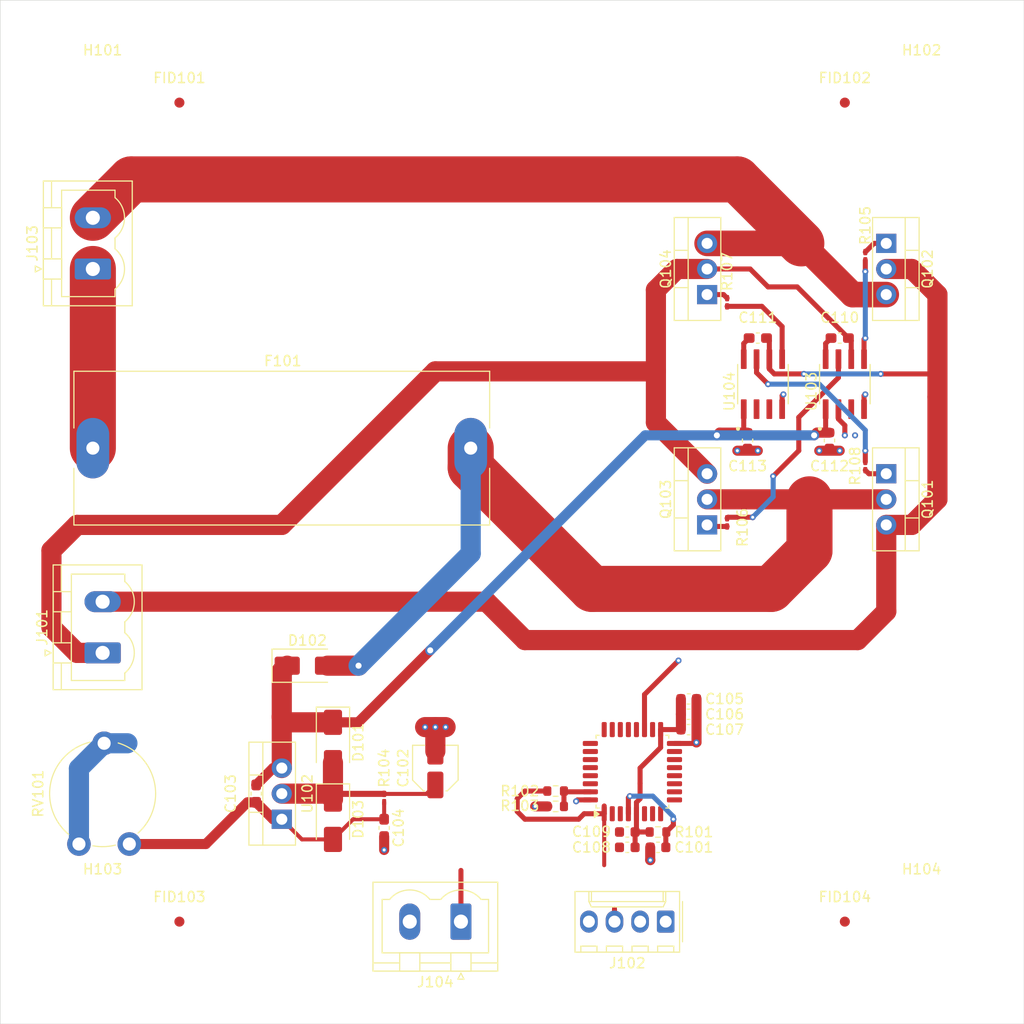
<source format=kicad_pcb>
(kicad_pcb (version 20241229) (generator "pcbnew") (generator_version "9.0")
  (layers (0 "F.Cu" jumper) (4 "In1.Cu" signal) (6 "In2.Cu" signal) (2 "B.Cu" jumper) (13 "F.Paste" user) (15 "B.Paste" user) (5 "F.SilkS" user "F.Silkscreen") (7 "B.SilkS" user "B.Silkscreen") (1 "F.Mask" user) (3 "B.Mask" user) (25 "Edge.Cuts" user))
  (net 0 "")
  (net 1 "GNDREF")
  (net 2 "+24V")
  (net 3 "+3V3")
  (net 4 "Net-(D103-A)")
  (net 5 "Net-(U101-NRST)")
  (net 6 "VDD_P")
  (net 7 "VDD")
  (net 8 "L2")
  (net 9 "L1")
  (net 10 "G3")
  (net 11 "G2")
  (net 12 "G1")
  (net 13 "G4")
  (net 14 "Net-(U101-BOOT0)")
  (net 15 "Net-(U103-VB)")
  (net 17 "Net-(U104-VB)")
  (net 19 "USART1_TX")
  (net 20 "USART1_RX")
  (net 21 "SYS_SWCLK")
  (net 22 "SYS_SWDIO")
  (net 27 "Net-(U103-HO)")
  (net 36 "Net-(U103-LO)")
  (net 40 "Net-(U104-LO)")
  (net 41 "Net-(U104-HO)")
  (net 42 "LIN1")
  (net 43 "LIN2")
  (net 44 "HIN1")
  (net 45 "HIN2")
  (footprint "Connector_Phoenix_MSTB:PhoenixContact_MSTBVA_2,5_2-G-5,08_1x02_P5.08mm_Vertical" (layer "F.Cu") (at 90.97 96.99 90)
    (property "Reference" "J101" (at 2.54 -6 90) (layer "F.SilkS"))
    (property "Value" "Conn_01x02")
    (pad "1" thru_hole roundrect (at 0 0 90) (size 2.08 3.6) (drill 1.4) (layers "*.Cu" "*.Mask") (roundrect_rratio 0.120192) (net 9 "L1"))
    (pad "2" thru_hole oval (at 5.08 0 90) (size 2.08 3.6) (drill 1.4) (layers "*.Cu" "*.Mask") (net 8 "L2"))
  )
  (footprint "Capacitor_SMD:C_0603_1608Metric" (layer "F.Cu") (at 154.978 75.908 -90)
    (property "Reference" "C113" (at 2.54 0 0) (layer "F.SilkS"))
    (property "Value" "1uF/50V")
    (pad "1" smd roundrect (at -0.775 0 270) (size 0.9 0.95) (layers "F.Cu" "F.Mask" "F.Paste") (net 2 "+24V"))
    (pad "2" smd roundrect (at 0.775 0 270) (size 0.9 0.95) (layers "F.Cu" "F.Mask" "F.Paste") (net 1 "GNDREF"))
  )
  (footprint "Connector_Molex:Molex_KK-254_AE-6410-04A_1x04_P2.54mm_Vertical" (layer "F.Cu") (at 146.85 123.66 180)
    (property "Reference" "J102" (at 3.81 -4.12 0) (layer "F.SilkS"))
    (property "Value" "Conn_01x04")
    (pad "1" thru_hole roundrect (at 0 0 180) (size 1.74 2.19) (drill 1.19) (layers "*.Cu" "*.Mask") (roundrect_rratio 0.143678) (net 1 "GNDREF"))
    (pad "2" thru_hole oval (at 2.54 0 180) (size 1.74 2.19) (drill 1.19) (layers "*.Cu" "*.Mask") (net 21 "SYS_SWCLK"))
    (pad "3" thru_hole oval (at 5.08 0 180) (size 1.74 2.19) (drill 1.19) (layers "*.Cu" "*.Mask") (net 22 "SYS_SWDIO"))
    (pad "4" thru_hole oval (at 7.62 0 180) (size 1.74 2.19) (drill 1.19) (layers "*.Cu" "*.Mask") (net 3 "+3V3"))
  )
  (footprint "Resistor_SMD:R_0201_0603Metric_Pad0.64x0.40mm_HandSolder" (layer "F.Cu") (at 118.91 111.3925 -90)
    (property "Reference" "R104" (at -2.9725 0 90) (layer "F.SilkS"))
    (property "Value" "220R")
    (pad "1" smd roundrect (at -0.4075 0 270) (size 0.635 0.4) (layers "F.Cu" "F.Mask") (net 3 "+3V3"))
    (pad "2" smd roundrect (at 0.4075 0 270) (size 0.635 0.4) (layers "F.Cu" "F.Mask") (net 4 "Net-(D103-A)"))
  )
  (footprint "Diode_SMD:D_SMA" (layer "F.Cu") (at 113.83 105.88 -90)
    (property "Reference" "D101" (at 0 -2.5 90) (layer "F.SilkS"))
    (property "Value" "1N4001")
    (pad "1" smd roundrect (at -2 0 270) (size 2.5 1.8) (layers "F.Cu" "F.Mask" "F.Paste") (roundrect_rratio 0.1388888889) (net 2 "+24V"))
    (pad "2" smd roundrect (at 2 0 270) (size 2.5 1.8) (layers "F.Cu" "F.Mask" "F.Paste") (roundrect_rratio 0.1388888889) (net 3 "+3V3"))
  )
  (footprint "Capacitor_SMD:C_0603_1608Metric" (layer "F.Cu") (at 149.136 104.605475)
    (property "Reference" "C107" (at 3.556 0 0) (layer "F.SilkS"))
    (property "Value" "4.7uF/10V")
    (pad "1" smd roundrect (at -0.775 0) (size 0.9 0.95) (layers "F.Cu" "F.Mask" "F.Paste") (net 3 "+3V3"))
    (pad "2" smd roundrect (at 0.775 0) (size 0.9 0.95) (layers "F.Cu" "F.Mask" "F.Paste") (net 1 "GNDREF"))
  )
  (footprint "MountingHole:MountingHole_5.3mm_M5_ISO14580" (layer "F.Cu") (at 90.97 42.38)
    (property "Reference" "H101" (at 0 -5.2 0) (layer "F.SilkS"))
    (property "Value" "MountingHole")
    (pad "" np_thru_hole circle (at 0 0) (size 5.3 5.3) (drill 5.3) (layers "*.Cu" "*.Mask"))
  )
  (footprint "Package_QFP:LQFP-32_7x7mm_P0.8mm" (layer "F.Cu") (at 143.548 108.777475 90)
    (property "Reference" "U101" (hide yes))
    (property "Value" "STM32F030K6Tx")
    (pad "1" smd roundrect (at -4.175 -2.8 90) (size 1.5 0.5) (layers "F.Cu" "F.Mask" "F.Paste") (net 3 "+3V3"))
    (pad "2" smd roundrect (at -4.175 -2 90) (size 1.5 0.5) (layers "F.Cu" "F.Mask" "F.Paste"))
    (pad "3" smd roundrect (at -4.175 -1.2 90) (size 1.5 0.5) (layers "F.Cu" "F.Mask" "F.Paste"))
    (pad "4" smd roundrect (at -4.175 -0.4 90) (size 1.5 0.5) (layers "F.Cu" "F.Mask" "F.Paste") (net 5 "Net-(U101-NRST)"))
    (pad "5" smd roundrect (at -4.175 0.4 90) (size 1.5 0.5) (layers "F.Cu" "F.Mask" "F.Paste") (net 3 "+3V3"))
    (pad "6" smd roundrect (at -4.175 1.2 90) (size 1.5 0.5) (layers "F.Cu" "F.Mask" "F.Paste"))
    (pad "7" smd roundrect (at -4.175 2 90) (size 1.5 0.5) (layers "F.Cu" "F.Mask" "F.Paste"))
    (pad "8" smd roundrect (at -4.175 2.8 90) (size 1.5 0.5) (layers "F.Cu" "F.Mask" "F.Paste") (net 19 "USART1_TX"))
    (pad "9" smd roundrect (at -2.8 4.175 90) (size 0.5 1.5) (layers "F.Cu" "F.Mask" "F.Paste") (net 20 "USART1_RX"))
    (pad "10" smd roundrect (at -2 4.175 90) (size 0.5 1.5) (layers "F.Cu" "F.Mask" "F.Paste"))
    (pad "11" smd roundrect (at -1.2 4.175 90) (size 0.5 1.5) (layers "F.Cu" "F.Mask" "F.Paste"))
    (pad "12" smd roundrect (at -0.4 4.175 90) (size 0.5 1.5) (layers "F.Cu" "F.Mask" "F.Paste") (net 42 "LIN1"))
    (pad "13" smd roundrect (at 0.4 4.175 90) (size 0.5 1.5) (layers "F.Cu" "F.Mask" "F.Paste") (net 44 "HIN1"))
    (pad "14" smd roundrect (at 1.2 4.175 90) (size 0.5 1.5) (layers "F.Cu" "F.Mask" "F.Paste"))
    (pad "15" smd roundrect (at 2 4.175 90) (size 0.5 1.5) (layers "F.Cu" "F.Mask" "F.Paste"))
    (pad "16" smd roundrect (at 2.8 4.175 90) (size 0.5 1.5) (layers "F.Cu" "F.Mask" "F.Paste") (net 1 "GNDREF"))
    (pad "17" smd roundrect (at 4.175 2.8 90) (size 1.5 0.5) (layers "F.Cu" "F.Mask" "F.Paste") (net 3 "+3V3"))
    (pad "18" smd roundrect (at 4.175 2 90) (size 1.5 0.5) (layers "F.Cu" "F.Mask" "F.Paste") (net 43 "LIN2"))
    (pad "19" smd roundrect (at 4.175 1.2 90) (size 1.5 0.5) (layers "F.Cu" "F.Mask" "F.Paste") (net 45 "HIN2"))
    (pad "20" smd roundrect (at 4.175 0.4 90) (size 1.5 0.5) (layers "F.Cu" "F.Mask" "F.Paste"))
    (pad "21" smd roundrect (at 4.175 -0.4 90) (size 1.5 0.5) (layers "F.Cu" "F.Mask" "F.Paste"))
    (pad "22" smd roundrect (at 4.175 -1.2 90) (size 1.5 0.5) (layers "F.Cu" "F.Mask" "F.Paste"))
    (pad "23" smd roundrect (at 4.175 -2 90) (size 1.5 0.5) (layers "F.Cu" "F.Mask" "F.Paste") (net 22 "SYS_SWDIO"))
    (pad "24" smd roundrect (at 4.175 -2.8 90) (size 1.5 0.5) (layers "F.Cu" "F.Mask" "F.Paste") (net 21 "SYS_SWCLK"))
    (pad "25" smd roundrect (at 2.8 -4.175 90) (size 0.5 1.5) (layers "F.Cu" "F.Mask" "F.Paste"))
    (pad "26" smd roundrect (at 2 -4.175 90) (size 0.5 1.5) (layers "F.Cu" "F.Mask" "F.Paste"))
    (pad "27" smd roundrect (at 1.2 -4.175 90) (size 0.5 1.5) (layers "F.Cu" "F.Mask" "F.Paste"))
    (pad "28" smd roundrect (at 0.4 -4.175 90) (size 0.5 1.5) (layers "F.Cu" "F.Mask" "F.Paste"))
    (pad "29" smd roundrect (at -0.4 -4.175 90) (size 0.5 1.5) (layers "F.Cu" "F.Mask" "F.Paste"))
    (pad "30" smd roundrect (at -1.2 -4.175 90) (size 0.5 1.5) (layers "F.Cu" "F.Mask" "F.Paste"))
    (pad "31" smd roundrect (at -2 -4.175 90) (size 0.5 1.5) (layers "F.Cu" "F.Mask" "F.Paste") (net 14 "Net-(U101-BOOT0)"))
    (pad "32" smd roundrect (at -2.8 -4.175 90) (size 0.5 1.5) (layers "F.Cu" "F.Mask" "F.Paste") (net 1 "GNDREF"))
  )
  (footprint "Package_TO_SOT_THT:TO-220-3_Vertical" (layer "F.Cu") (at 108.75 113.5 90)
    (property "Reference" "U102" (at 2.54 2.54 270) (layer "F.SilkS"))
    (property "Value" "LM317_TO-220")
    (pad "1" thru_hole rect (at 0 0 90) (size 1.905 2) (drill 1.1) (layers "*.Cu" "*.Mask") (net 4 "Net-(D103-A)"))
    (pad "2" thru_hole oval (at 2.54 0 90) (size 1.905 2) (drill 1.1) (layers "*.Cu" "*.Mask") (net 3 "+3V3"))
    (pad "3" thru_hole oval (at 5.08 0 90) (size 1.905 2) (drill 1.1) (layers "*.Cu" "*.Mask") (net 2 "+24V"))
  )
  (footprint "Fuse:Fuseholder_Cylinder-6.3x32mm_Schurter_0031-8002_Horizontal_Open" (layer "F.Cu") (at 90 76.67)
    (property "Reference" "F101" (at 18.85 -8.65 0) (layer "F.SilkS"))
    (property "Value" "Fuse")
    (pad "" np_thru_hole circle (at 18.75 0) (size 3.2 3.2) (drill 3.2) (layers "*.Cu" "*.Mask"))
    (pad "1" thru_hole oval (at 0 0) (size 3.25 6) (drill 1.3) (layers "*.Cu" "*.Mask") (net 7 "VDD"))
    (pad "2" thru_hole oval (at 37.5 0) (size 3.25 6) (drill 1.3) (layers "*.Cu" "*.Mask") (net 6 "VDD_P"))
  )
  (footprint "Capacitor_SMD:C_0603_1608Metric" (layer "F.Cu") (at 146.088 116.289475 180)
    (property "Reference" "C101" (at -3.556 0 0) (layer "F.SilkS"))
    (property "Value" "100nF")
    (pad "1" smd roundrect (at -0.775 0 180) (size 0.9 0.95) (layers "F.Cu" "F.Mask" "F.Paste") (net 5 "Net-(U101-NRST)"))
    (pad "2" smd roundrect (at 0.775 0 180) (size 0.9 0.95) (layers "F.Cu" "F.Mask" "F.Paste") (net 1 "GNDREF"))
  )
  (footprint "Fiducial:Fiducial_1mm_Mask3mm" (layer "F.Cu") (at 164.63 42.38)
    (property "Reference" "FID102" (at 0 -2.45 0) (layer "F.SilkS"))
    (property "Value" "Fiducial")
    (pad "" smd circle (at 0 0) (size 1 1) (layers "F.Cu" "F.Mask") (clearance 1))
  )
  (footprint "MountingHole:MountingHole_5.3mm_M5_ISO14580" (layer "F.Cu") (at 172.25 123.66)
    (property "Reference" "H104" (at 0 -5.2 0) (layer "F.SilkS"))
    (property "Value" "MountingHole")
    (pad "" np_thru_hole circle (at 0 0) (size 5.3 5.3) (drill 5.3) (layers "*.Cu" "*.Mask"))
  )
  (footprint "MountingHole:MountingHole_5.3mm_M5_ISO14580" (layer "F.Cu") (at 172.25 42.38)
    (property "Reference" "H102" (at 0 -5.2 0) (layer "F.SilkS"))
    (property "Value" "MountingHole")
    (pad "" np_thru_hole circle (at 0 0) (size 5.3 5.3) (drill 5.3) (layers "*.Cu" "*.Mask"))
  )
  (footprint "Capacitor_SMD:C_0603_1608Metric_Pad1.08x0.95mm_HandSolder" (layer "F.Cu") (at 106.21 110.96 -90)
    (property "Reference" "C103" (at 0 2.54 90) (layer "F.SilkS"))
    (property "Value" "0.1uF/50V")
    (pad "1" smd roundrect (at -0.8625 0 270) (size 1.075 0.95) (layers "F.Cu" "F.Mask" "F.Paste") (net 2 "+24V"))
    (pad "2" smd roundrect (at 0.8625 0 270) (size 1.075 0.95) (layers "F.Cu" "F.Mask" "F.Paste") (net 4 "Net-(D103-A)"))
  )
  (footprint "Fiducial:Fiducial_1mm_Mask3mm" (layer "F.Cu") (at 98.59 42.38)
    (property "Reference" "FID101" (at 0 -2.45 0) (layer "F.SilkS"))
    (property "Value" "Fiducial")
    (pad "" smd circle (at 0 0) (size 1 1) (layers "F.Cu" "F.Mask") (clearance 1))
  )
  (footprint "Resistor_SMD:R_0603_1608Metric" (layer "F.Cu") (at 135.928 110.701475)
    (property "Reference" "R102" (at -3.556 0 0) (layer "F.SilkS"))
    (property "Value" "100k")
    (pad "1" smd roundrect (at -0.825 0) (size 0.8 0.95) (layers "F.Cu" "F.Mask" "F.Paste") (net 3 "+3V3"))
    (pad "2" smd roundrect (at 0.825 0) (size 0.8 0.95) (layers "F.Cu" "F.Mask" "F.Paste") (net 14 "Net-(U101-BOOT0)"))
  )
  (footprint "Resistor_SMD:R_0603_1608Metric" (layer "F.Cu") (at 146.088 114.765475)
    (property "Reference" "R101" (at 3.556 0 0) (layer "F.SilkS"))
    (property "Value" "100k")
    (pad "1" smd roundrect (at -0.825 0) (size 0.8 0.95) (layers "F.Cu" "F.Mask" "F.Paste") (net 3 "+3V3"))
    (pad "2" smd roundrect (at 0.825 0) (size 0.8 0.95) (layers "F.Cu" "F.Mask" "F.Paste") (net 5 "Net-(U101-NRST)"))
  )
  (footprint "Capacitor_SMD:C_0603_1608Metric" (layer "F.Cu") (at 149.136 101.557475)
    (property "Reference" "C105" (at 3.556 0 0) (layer "F.SilkS"))
    (property "Value" "100nF/10V")
    (pad "1" smd roundrect (at -0.775 0) (size 0.9 0.95) (layers "F.Cu" "F.Mask" "F.Paste") (net 3 "+3V3"))
    (pad "2" smd roundrect (at 0.775 0) (size 0.9 0.95) (layers "F.Cu" "F.Mask" "F.Paste") (net 1 "GNDREF"))
  )
  (footprint "Capacitor_SMD:C_0603_1608Metric" (layer "F.Cu") (at 143.04 114.765475 180)
    (property "Reference" "C109" (at 3.556 0.03 0) (layer "F.SilkS"))
    (property "Value" "4.7uF/10V")
    (pad "1" smd roundrect (at -0.775 0 180) (size 0.9 0.95) (layers "F.Cu" "F.Mask" "F.Paste") (net 3 "+3V3"))
    (pad "2" smd roundrect (at 0.775 0 180) (size 0.9 0.95) (layers "F.Cu" "F.Mask" "F.Paste") (net 1 "GNDREF"))
  )
  (footprint "Diode_SMD:D_SMA" (layer "F.Cu") (at 111.29 98.26)
    (property "Reference" "D102" (at 0 -2.5 0) (layer "F.SilkS"))
    (property "Value" "1N4001")
    (pad "1" smd roundrect (at -2 0) (size 2.5 1.8) (layers "F.Cu" "F.Mask" "F.Paste") (roundrect_rratio 0.1388888889) (net 2 "+24V"))
    (pad "2" smd roundrect (at 2 0) (size 2.5 1.8) (layers "F.Cu" "F.Mask" "F.Paste") (roundrect_rratio 0.1388888889) (net 6 "VDD_P"))
  )
  (footprint "Capacitor_SMD:C_Elec_4x5.4" (layer "F.Cu") (at 123.99 108.42 90)
    (property "Reference" "C102" (at 0 -3.2 90) (layer "F.SilkS"))
    (property "Value" "22uF/16V_ELEC")
    (pad "1" smd roundrect (at -1.675 0 90) (size 2.65 1.6) (layers "F.Cu" "F.Mask" "F.Paste") (roundrect_rratio 0.15625) (net 3 "+3V3"))
    (pad "2" smd roundrect (at 1.675 0 90) (size 2.65 1.6) (layers "F.Cu" "F.Mask" "F.Paste") (roundrect_rratio 0.15625) (net 1 "GNDREF"))
  )
  (footprint "Diode_SMD:D_SMA" (layer "F.Cu") (at 113.83 113.5 -90)
    (property "Reference" "D103" (at 0 -2.5 90) (layer "F.SilkS"))
    (property "Value" "1N4001")
    (pad "1" smd roundrect (at -2 0 270) (size 2.5 1.8) (layers "F.Cu" "F.Mask" "F.Paste") (roundrect_rratio 0.1388888889) (net 3 "+3V3"))
    (pad "2" smd roundrect (at 2 0 270) (size 2.5 1.8) (layers "F.Cu" "F.Mask" "F.Paste") (roundrect_rratio 0.1388888889) (net 4 "Net-(D103-A)"))
  )
  (footprint "Capacitor_SMD:C_0603_1608Metric_Pad1.08x0.95mm_HandSolder" (layer "F.Cu") (at 118.91 114.3625 -90)
    (property "Reference" "C104" (at 0 -1.43 90) (layer "F.SilkS"))
    (property "Value" "10uF/10V")
    (pad "1" smd roundrect (at -0.8625 0 270) (size 1.075 0.95) (layers "F.Cu" "F.Mask" "F.Paste") (net 4 "Net-(D103-A)"))
    (pad "2" smd roundrect (at 0.8625 0 270) (size 1.075 0.95) (layers "F.Cu" "F.Mask" "F.Paste") (net 1 "GNDREF"))
  )
  (footprint "Capacitor_SMD:C_0603_1608Metric" (layer "F.Cu") (at 143.04 116.289475 180)
    (property "Reference" "C108" (at 3.556 0 0) (layer "F.SilkS"))
    (property "Value" "10nF/10V")
    (pad "1" smd roundrect (at -0.775 0 180) (size 0.9 0.95) (layers "F.Cu" "F.Mask" "F.Paste") (net 3 "+3V3"))
    (pad "2" smd roundrect (at 0.775 0 180) (size 0.9 0.95) (layers "F.Cu" "F.Mask" "F.Paste") (net 1 "GNDREF"))
  )
  (footprint "Package_TO_SOT_THT:TO-220-3_Vertical" (layer "F.Cu") (at 150.96 61.43 90)
    (property "Reference" "Q104" (at 2.54 -4.1 90) (layer "F.SilkS"))
    (property "Value" "IRF540N")
    (pad "1" thru_hole rect (at 0 0 90) (size 1.905 2) (drill 1.1) (layers "*.Cu" "*.Mask") (net 10 "G3"))
    (pad "2" thru_hole oval (at 2.54 0 90) (size 1.905 2) (drill 1.1) (layers "*.Cu" "*.Mask") (net 9 "L1"))
    (pad "3" thru_hole oval (at 5.08 0 90) (size 1.905 2) (drill 1.1) (layers "*.Cu" "*.Mask") (net 1 "GNDREF"))
  )
  (footprint "Capacitor_SMD:C_0603_1608Metric" (layer "F.Cu") (at 163.106 75.908 -90)
    (property "Reference" "C112" (at 2.54 0 180) (layer "F.SilkS"))
    (property "Value" "1uF/50V")
    (pad "1" smd roundrect (at -0.775 0 270) (size 0.9 0.95) (layers "F.Cu" "F.Mask" "F.Paste") (net 2 "+24V"))
    (pad "2" smd roundrect (at 0.775 0 270) (size 0.9 0.95) (layers "F.Cu" "F.Mask" "F.Paste") (net 1 "GNDREF"))
  )
  (footprint "Package_TO_SOT_THT:TO-220-3_Vertical" (layer "F.Cu") (at 168.74 56.35 -90)
    (property "Reference" "Q102" (at 2.54 -4.1 90) (layer "F.SilkS"))
    (property "Value" "IRF540N")
    (pad "1" thru_hole rect (at 0 0 270) (size 1.905 2) (drill 1.1) (layers "*.Cu" "*.Mask") (net 13 "G4"))
    (pad "2" thru_hole oval (at 2.54 0 270) (size 1.905 2) (drill 1.1) (layers "*.Cu" "*.Mask") (net 8 "L2"))
    (pad "3" thru_hole oval (at 5.08 0 270) (size 1.905 2) (drill 1.1) (layers "*.Cu" "*.Mask") (net 1 "GNDREF"))
  )
  (footprint "Resistor_SMD:R_0201_0603Metric_Pad0.64x0.40mm_HandSolder" (layer "F.Cu") (at 166.662 78.448 -90)
    (property "Reference" "R108" (at 0 1.016 90) (layer "F.SilkS"))
    (property "Value" "R")
    (pad "1" smd roundrect (at -0.4075 0 270) (size 0.635 0.4) (layers "F.Cu" "F.Mask") (net 41 "Net-(U104-HO)"))
    (pad "2" smd roundrect (at 0.4075 0 270) (size 0.635 0.4) (layers "F.Cu" "F.Mask") (net 11 "G2"))
  )
  (footprint "Package_TO_SOT_THT:TO-220-3_Vertical" (layer "F.Cu") (at 168.74 79.21 -90)
    (property "Reference" "Q101" (at 2.54 -4.1 90) (layer "F.SilkS"))
    (property "Value" "IRF540N")
    (pad "1" thru_hole rect (at 0 0 270) (size 1.905 2) (drill 1.1) (layers "*.Cu" "*.Mask") (net 11 "G2"))
    (pad "2" thru_hole oval (at 2.54 0 270) (size 1.905 2) (drill 1.1) (layers "*.Cu" "*.Mask") (net 6 "VDD_P"))
    (pad "3" thru_hole oval (at 5.08 0 270) (size 1.905 2) (drill 1.1) (layers "*.Cu" "*.Mask") (net 8 "L2"))
  )
  (footprint "Capacitor_SMD:C_0603_1608Metric_Pad1.08x0.95mm_HandSolder" (layer "F.Cu") (at 164.122 65.748 180)
    (property "Reference" "C110" (at 0 2.032 0) (layer "F.SilkS"))
    (property "Value" "4.7uF/50V")
    (pad "1" smd roundrect (at -0.8625 0 180) (size 1.075 0.95) (layers "F.Cu" "F.Mask" "F.Paste") (net 9 "L1"))
    (pad "2" smd roundrect (at 0.8625 0 180) (size 1.075 0.95) (layers "F.Cu" "F.Mask" "F.Paste") (net 15 "Net-(U103-VB)"))
  )
  (footprint "Resistor_SMD:R_0201_0603Metric_Pad0.64x0.40mm_HandSolder" (layer "F.Cu") (at 152.946 84.036 -90)
    (property "Reference" "R106" (at 0.508 -1.524 90) (layer "F.SilkS"))
    (property "Value" "R")
    (pad "1" smd roundrect (at -0.4075 0 270) (size 0.635 0.4) (layers "F.Cu" "F.Mask") (net 27 "Net-(U103-HO)"))
    (pad "2" smd roundrect (at 0.4075 0 270) (size 0.635 0.4) (layers "F.Cu" "F.Mask") (net 12 "G1"))
  )
  (footprint "Capacitor_SMD:C_0603_1608Metric_Pad1.08x0.95mm_HandSolder" (layer "F.Cu") (at 155.994 65.748 180)
    (property "Reference" "C111" (at 0 2.032 0) (layer "F.SilkS"))
    (property "Value" "4.7uF/50V")
    (pad "1" smd roundrect (at -0.8625 0 180) (size 1.075 0.95) (layers "F.Cu" "F.Mask" "F.Paste") (net 8 "L2"))
    (pad "2" smd roundrect (at 0.8625 0 180) (size 1.075 0.95) (layers "F.Cu" "F.Mask" "F.Paste") (net 17 "Net-(U104-VB)"))
  )
  (footprint "Resistor_SMD:R_0201_0603Metric_Pad0.64x0.40mm_HandSolder" (layer "F.Cu") (at 166.662 57.62 90)
    (property "Reference" "R105" (at 3.048 0 90) (layer "F.SilkS"))
    (property "Value" "R")
    (pad "1" smd roundrect (at -0.4075 0 90) (size 0.635 0.4) (layers "F.Cu" "F.Mask") (net 36 "Net-(U103-LO)"))
    (pad "2" smd roundrect (at 0.4075 0 90) (size 0.635 0.4) (layers "F.Cu" "F.Mask") (net 13 "G4"))
  )
  (footprint "Capacitor_SMD:C_0603_1608Metric" (layer "F.Cu") (at 149.136 103.081475)
    (property "Reference" "C106" (at 3.556 0 0) (layer "F.SilkS"))
    (property "Value" "100nF/10V")
    (pad "1" smd roundrect (at -0.775 0) (size 0.9 0.95) (layers "F.Cu" "F.Mask" "F.Paste") (net 3 "+3V3"))
    (pad "2" smd roundrect (at 0.775 0) (size 0.9 0.95) (layers "F.Cu" "F.Mask" "F.Paste") (net 1 "GNDREF"))
  )
  (footprint "MountingHole:MountingHole_5.3mm_M5_ISO14580" (layer "F.Cu") (at 90.97 123.66)
    (property "Reference" "H103" (at 0 -5.2 0) (layer "F.SilkS"))
    (property "Value" "MountingHole")
    (pad "" np_thru_hole circle (at 0 0) (size 5.3 5.3) (drill 5.3) (layers "*.Cu" "*.Mask"))
  )
  (footprint "Fiducial:Fiducial_1mm_Mask3mm" (layer "F.Cu") (at 98.59 123.66)
    (property "Reference" "FID103" (at 0 -2.45 0) (layer "F.SilkS"))
    (property "Value" "Fiducial")
    (pad "" smd circle (at 0 0) (size 1 1) (layers "F.Cu" "F.Mask") (clearance 1))
  )
  (footprint "Resistor_SMD:R_0603_1608Metric" (layer "F.Cu") (at 135.928 112.225475 180)
    (property "Reference" "R103" (at 3.556 0.06 0) (layer "F.SilkS"))
    (property "Value" "100k")
    (pad "1" smd roundrect (at -0.825 0 180) (size 0.8 0.95) (layers "F.Cu" "F.Mask" "F.Paste") (net 14 "Net-(U101-BOOT0)"))
    (pad "2" smd roundrect (at 0.825 0 180) (size 0.8 0.95) (layers "F.Cu" "F.Mask" "F.Paste") (net 1 "GNDREF"))
  )
  (footprint "Potentiometer_THT:Potentiometer_Piher_PT-10-V10_Vertical" (layer "F.Cu") (at 93.62 115.96 90)
    (property "Reference" "RV101" (at 5 -9.05 90) (layer "F.SilkS"))
    (property "Value" "R_Potentiometer")
    (pad "1" thru_hole circle (at 0 0 90) (size 2.34 2.34) (drill 1.3) (layers "*.Cu" "*.Mask") (net 4 "Net-(D103-A)"))
    (pad "2" thru_hole circle (at 10 -2.5 90) (size 2.34 2.34) (drill 1.3) (layers "*.Cu" "*.Mask") (net 1 "GNDREF"))
    (pad "3" thru_hole circle (at 0 -5 90) (size 2.34 2.34) (drill 1.3) (layers "*.Cu" "*.Mask") (net 1 "GNDREF"))
  )
  (footprint "Gate_Driver:SOIC127P600X172-8N" (layer "F.Cu") (at 164.63 70.32 90)
    (property "Reference" "U103" (at -0.725 -3.322 90) (layer "F.SilkS"))
    (property "Value" "2ED2108S06FXUMA1")
    (pad "1" smd roundrect (at -2.48 -1.905 90) (size 1.95 0.57) (layers "F.Cu" "F.Mask" "F.Paste") (roundrect_rratio 0.125) (net 2 "+24V"))
    (pad "2" smd roundrect (at -2.48 -0.635 90) (size 1.95 0.57) (layers "F.Cu" "F.Mask" "F.Paste") (roundrect_rratio 0.125) (net 44 "HIN1"))
    (pad "3" smd roundrect (at -2.48 0.635 90) (size 1.95 0.57) (layers "F.Cu" "F.Mask" "F.Paste") (roundrect_rratio 0.125) (net 42 "LIN1"))
    (pad "4" smd roundrect (at -2.48 1.905 90) (size 1.95 0.57) (layers "F.Cu" "F.Mask" "F.Paste") (roundrect_rratio 0.125) (net 1 "GNDREF"))
    (pad "5" smd roundrect (at 2.48 1.905 90) (size 1.95 0.57) (layers "F.Cu" "F.Mask" "F.Paste") (roundrect_rratio 0.125) (net 36 "Net-(U103-LO)"))
    (pad "6" smd roundrect (at 2.48 0.635 90) (size 1.95 0.57) (layers "F.Cu" "F.Mask" "F.Paste") (roundrect_rratio 0.125) (net 9 "L1"))
    (pad "7" smd roundrect (at 2.48 -0.635 90) (size 1.95 0.57) (layers "F.Cu" "F.Mask" "F.Paste") (roundrect_rratio 0.125) (net 27 "Net-(U103-HO)"))
    (pad "8" smd roundrect (at 2.48 -1.905 90) (size 1.95 0.57) (layers "F.Cu" "F.Mask" "F.Paste") (roundrect_rratio 0.125) (net 15 "Net-(U103-VB)"))
  )
  (footprint "Package_TO_SOT_THT:TO-220-3_Vertical" (layer "F.Cu") (at 150.96 84.29 90)
    (property "Reference" "Q103" (at 2.54 -4.1 90) (layer "F.SilkS"))
    (property "Value" "IRF540N")
    (pad "1" thru_hole rect (at 0 0 90) (size 1.905 2) (drill 1.1) (layers "*.Cu" "*.Mask") (net 12 "G1"))
    (pad "2" thru_hole oval (at 2.54 0 90) (size 1.905 2) (drill 1.1) (layers "*.Cu" "*.Mask") (net 6 "VDD_P"))
    (pad "3" thru_hole oval (at 5.08 0 90) (size 1.905 2) (drill 1.1) (layers "*.Cu" "*.Mask") (net 9 "L1"))
  )
  (footprint "Fiducial:Fiducial_1mm_Mask3mm" (layer "F.Cu") (at 164.63 123.66)
    (property "Reference" "FID104" (at 0 -2.45 0) (layer "F.SilkS"))
    (property "Value" "Fiducial")
    (pad "" smd circle (at 0 0) (size 1 1) (layers "F.Cu" "F.Mask") (clearance 1))
  )
  (footprint "Resistor_SMD:R_0201_0603Metric_Pad0.64x0.40mm_HandSolder" (layer "F.Cu") (at 152.946 62.192 90)
    (property "Reference" "R107" (at 3.048 0 90) (layer "F.SilkS"))
    (property "Value" "R")
    (pad "1" smd roundrect (at -0.4075 0 90) (size 0.635 0.4) (layers "F.Cu" "F.Mask") (net 40 "Net-(U104-LO)"))
    (pad "2" smd roundrect (at 0.4075 0 90) (size 0.635 0.4) (layers "F.Cu" "F.Mask") (net 10 "G3"))
  )
  (footprint "Connector_Phoenix_MSTB:PhoenixContact_MSTBVA_2,5_2-G-5,08_1x02_P5.08mm_Vertical" (layer "F.Cu") (at 90 58.89 90)
    (property "Reference" "J103" (at 2.54 -6 90) (layer "F.SilkS"))
    (property "Value" "Conn_01x02")
    (pad "1" thru_hole roundrect (at 0 0 90) (size 2.08 3.6) (drill 1.4) (layers "*.Cu" "*.Mask") (roundrect_rratio 0.120192) (net 7 "VDD"))
    (pad "2" thru_hole oval (at 5.08 0 90) (size 2.08 3.6) (drill 1.4) (layers "*.Cu" "*.Mask") (net 1 "GNDREF"))
  )
  (footprint "Connector_Phoenix_MSTB:PhoenixContact_MSTBVA_2,5_2-G-5,08_1x02_P5.08mm_Vertical" (layer "F.Cu") (at 126.53 123.66 180)
    (property "Reference" "J104" (at 2.54 -6 0) (layer "F.SilkS"))
    (property "Value" "Conn_01x02")
    (pad "1" thru_hole roundrect (at 0 0 180) (size 2.08 3.6) (drill 1.4) (layers "*.Cu" "*.Mask") (roundrect_rratio 0.120192) (net 20 "USART1_RX"))
    (pad "2" thru_hole oval (at 5.08 0 180) (size 2.08 3.6) (drill 1.4) (layers "*.Cu" "*.Mask") (net 19 "USART1_TX"))
  )
  (footprint "Gate_Driver:SOIC127P600X172-8N" (layer "F.Cu") (at 156.502 70.32 90)
    (property "Reference" "U104" (at -0.725 -3.322 90) (layer "F.SilkS"))
    (property "Value" "2ED2108S06FXUMA1")
    (pad "1" smd roundrect (at -2.48 -1.905 90) (size 1.95 0.57) (layers "F.Cu" "F.Mask" "F.Paste") (roundrect_rratio 0.125) (net 2 "+24V"))
    (pad "2" smd roundrect (at -2.48 -0.635 90) (size 1.95 0.57) (layers "F.Cu" "F.Mask" "F.Paste") (roundrect_rratio 0.125) (net 45 "HIN2"))
    (pad "3" smd roundrect (at -2.48 0.635 90) (size 1.95 0.57) (layers "F.Cu" "F.Mask" "F.Paste") (roundrect_rratio 0.125) (net 43 "LIN2"))
    (pad "4" smd roundrect (at -2.48 1.905 90) (size 1.95 0.57) (layers "F.Cu" "F.Mask" "F.Paste") (roundrect_rratio 0.125) (net 1 "GNDREF"))
    (pad "5" smd roundrect (at 2.48 1.905 90) (size 1.95 0.57) (layers "F.Cu" "F.Mask" "F.Paste") (roundrect_rratio 0.125) (net 40 "Net-(U104-LO)"))
    (pad "6" smd roundrect (at 2.48 0.635 90) (size 1.95 0.57) (layers "F.Cu" "F.Mask" "F.Paste") (roundrect_rratio 0.125) (net 8 "L2"))
    (pad "7" smd roundrect (at 2.48 -0.635 90) (size 1.95 0.57) (layers "F.Cu" "F.Mask" "F.Paste") (roundrect_rratio 0.125) (net 41 "Net-(U104-HO)"))
    (pad "8" smd roundrect (at 2.48 -1.905 90) (size 1.95 0.57) (layers "F.Cu" "F.Mask" "F.Paste") (roundrect_rratio 0.125) (net 17 "Net-(U104-VB)"))
  )
  (gr_rect (start 80.81 32.22) (end 182.41 133.82) (stroke (width 0.05)) (fill no) (layer "Edge.Cuts"))
  (segment (start 166.535 72.8) (end 166.535 71.463) (width 0.5) (layer "F.Cu") (net 1))
  (segment (start 147.723 105.977475) (end 149.796 105.977475) (width 0.5) (layer "F.Cu") (net 1))
  (segment (start 145.313 117.546475) (end 145.326 117.559475) (width 1) (layer "F.Cu") (net 1))
  (segment (start 90 53.81) (end 93.81 50) (width 4.572) (layer "F.Cu") (net 1))
  (segment (start 149.796 105.977475) (end 149.898 105.875475) (width 0.5) (layer "F.Cu") (net 1))
  (segment (start 122.974 104.356) (end 125.006 104.356) (width 2) (layer "F.Cu") (net 1))
  (segment (start 166.535 71.463) (end 166.662 71.336) (width 0.5) (layer "F.Cu") (net 1))
  (segment (start 153.962 50) (end 160.312 56.35) (width 4.572) (layer "F.Cu") (net 1))
  (segment (start 160.312 56.35) (end 150.96 56.35) (width 2.54) (layer "F.Cu") (net 1))
  (segment (start 138.1 111.577475) (end 137.96 111.717475) (width 0.5) (layer "F.Cu") (net 1))
  (segment (start 153.962 76.924) (end 155.994 76.924) (width 1) (layer "F.Cu") (net 1))
  (segment (start 158.407 71.463) (end 158.534 71.336) (width 0.5) (layer "F.Cu") (net 1))
  (segment (start 165.392 61.43) (end 160.312 56.35) (width 2.54) (layer "F.Cu") (net 1))
  (segment (start 93.81 50) (end 153.962 50) (width 4.572) (layer "F.Cu") (net 1))
  (segment (start 123.99 106.745) (end 123.99 104.356) (width 2) (layer "F.Cu") (net 1))
  (segment (start 145.313 116.289475) (end 145.313 117.546475) (width 1) (layer "F.Cu") (net 1))
  (segment (start 162.09 76.924) (end 164.122 76.924) (width 1) (layer "F.Cu") (net 1))
  (segment (start 149.911 101.557475) (end 149.911 105.862475) (width 1) (layer "F.Cu") (net 1))
  (segment (start 149.911 105.862475) (end 149.898 105.875475) (width 1) (layer "F.Cu") (net 1))
  (segment (start 118.91 116.548) (end 118.91 115.225) (width 1) (layer "F.Cu") (net 1))
  (segment (start 168.74 61.43) (end 165.392 61.43) (width 2.54) (layer "F.Cu") (net 1))
  (segment (start 139.373 111.577475) (end 138.1 111.577475) (width 0.5) (layer "F.Cu") (net 1))
  (segment (start 135.103 112.225475) (end 133.896 112.225475) (width 1) (layer "F.Cu") (net 1))
  (segment (start 158.407 72.8) (end 158.407 71.463) (width 0.5) (layer "F.Cu") (net 1))
  (via (at 166.662 71.336) (size 0.6) (drill 0.3) (layers "F.Cu" "B.Cu") (net 1))
  (via (at 158.534 71.336) (size 0.6) (drill 0.3) (layers "F.Cu" "B.Cu") (net 1))
  (via (at 118.91 116.548) (size 0.6) (drill 0.3) (layers "F.Cu" "B.Cu") (net 1))
  (via (at 155.994 76.924) (size 0.6) (drill 0.3) (layers "F.Cu" "B.Cu") (net 1))
  (via (at 162.09 76.924) (size 0.6) (drill 0.3) (layers "F.Cu" "B.Cu") (net 1))
  (via (at 145.326 117.559475) (size 0.6) (drill 0.3) (layers "F.Cu" "B.Cu") (net 1))
  (via (at 137.96 111.717475) (size 0.6) (drill 0.3) (layers "F.Cu" "B.Cu") (net 1))
  (via (at 153.962 76.924) (size 0.6) (drill 0.3) (layers "F.Cu" "B.Cu") (net 1))
  (via (at 149.898 105.875475) (size 0.6) (drill 0.3) (layers "F.Cu" "B.Cu") (net 1))
  (via (at 164.122 76.924) (size 0.6) (drill 0.3) (layers "F.Cu" "B.Cu") (net 1))
  (via (at 123.99 104.356) (size 0.6) (drill 0.3) (layers "F.Cu" "B.Cu") (net 1))
  (via (at 125.006 104.356) (size 0.6) (drill 0.3) (layers "F.Cu" "B.Cu") (net 1))
  (via (at 133.896 112.225475) (size 0.6) (drill 0.3) (layers "F.Cu" "B.Cu") (net 1))
  (via (at 122.974 104.356) (size 0.6) (drill 0.3) (layers "F.Cu" "B.Cu") (net 1))
  (segment (start 91.12 105.96) (end 93.43 105.96) (width 2) (layer "B.Cu") (net 1))
  (segment (start 88.62 108.46) (end 91.12 105.96) (width 2) (layer "B.Cu") (net 1))
  (segment (start 88.62 115.96) (end 88.62 108.46) (width 2) (layer "B.Cu") (net 1))
  (segment (start 161.582 75.4) (end 161.849 75.133) (width 1) (layer "F.Cu") (net 2))
  (segment (start 109.29 103.88) (end 108.75 103.34) (width 2) (layer "F.Cu") (net 2))
  (segment (start 116.338 103.88) (end 123.482 96.736) (width 1) (layer "F.Cu") (net 2))
  (segment (start 152.197 75.133) (end 154.978 75.133) (width 1) (layer "F.Cu") (net 2))
  (segment (start 113.83 103.88) (end 116.338 103.88) (width 1) (layer "F.Cu") (net 2))
  (segment (start 107.8875 108.42) (end 108.75 108.42) (width 1) (layer "F.Cu") (net 2))
  (segment (start 113.83 103.88) (end 109.29 103.88) (width 2) (layer "F.Cu") (net 2))
  (segment (start 154.597 74.752) (end 154.978 75.133) (width 0.5) (layer "F.Cu") (net 2))
  (segment (start 108.75 98.8) (end 109.29 98.26) (width 2) (layer "F.Cu") (net 2))
  (segment (start 154.597 72.8) (end 154.597 74.752) (width 0.5) (layer "F.Cu") (net 2))
  (segment (start 106.21 110.0975) (end 107.8875 108.42) (width 1) (layer "F.Cu") (net 2))
  (segment (start 151.93 75.4) (end 152.197 75.133) (width 1) (layer "F.Cu") (net 2))
  (segment (start 162.725 74.752) (end 163.106 75.133) (width 0.5) (layer "F.Cu") (net 2))
  (segment (start 161.849 75.133) (end 163.106 75.133) (width 1) (layer "F.Cu") (net 2))
  (segment (start 162.725 72.8) (end 162.725 74.752) (width 0.5) (layer "F.Cu") (net 2))
  (segment (start 108.75 108.42) (end 108.75 103.34) (width 2) (layer "F.Cu") (net 2))
  (segment (start 108.75 103.34) (end 108.75 98.8) (width 2) (layer "F.Cu") (net 2))
  (via (at 161.582 75.4) (size 0.8) (drill 0.6) (layers "F.Cu" "B.Cu") (net 2))
  (via (at 123.482 96.736) (size 0.8) (drill 0.6) (layers "F.Cu" "B.Cu") (net 2))
  (via (at 151.93 75.4) (size 0.8) (drill 0.6) (layers "F.Cu" "B.Cu") (net 2))
  (segment (start 151.93 75.4) (end 161.582 75.4) (width 1) (layer "B.Cu") (net 2))
  (segment (start 144.818 75.4) (end 151.93 75.4) (width 1) (layer "B.Cu") (net 2))
  (segment (start 123.482 96.736) (end 144.818 75.4) (width 1) (layer "B.Cu") (net 2))
  (segment (start 146.348 106.382) (end 144.31 108.42) (width 0.5) (layer "F.Cu") (net 3))
  (segment (start 140.748 118.061475) (end 140.748 112.952475) (width 0.4) (layer "F.Cu") (net 3))
  (segment (start 132.118 112.733475) (end 132.118 111.463475) (width 0.5) (layer "F.Cu") (net 3))
  (segment (start 138.214 113.495475) (end 132.88 113.495475) (width 0.5) (layer "F.Cu") (net 3))
  (segment (start 114.3485 110.9815) (end 113.83 111.5) (width 0.6) (layer "F.Cu") (net 3))
  (segment (start 132.88 110.701475) (end 135.103 110.701475) (width 0.5) (layer "F.Cu") (net 3))
  (segment (start 140.748 112.952475) (end 140.748 112.184425) (width 0.5) (layer "F.Cu") (net 3))
  (segment (start 148.358 104.602475) (end 148.361 104.605475) (width 0.5) (layer "F.Cu") (net 3))
  (segment (start 113.29 110.96) (end 113.83 111.5) (width 2) (layer "F.Cu") (net 3))
  (segment (start 143.948 111.825475) (end 144.31 111.463475) (width 0.5) (layer "F.Cu") (net 3))
  (segment (start 108.75 110.96) (end 113.29 110.96) (width 2) (layer "F.Cu") (net 3))
  (segment (start 146.348 104.602475) (end 148.358 104.602475) (width 0.5) (layer "F.Cu") (net 3))
  (segment (start 145.263 114.765475) (end 143.815 114.765475) (width 0.5) (layer "F.Cu") (net 3))
  (segment (start 143.948 112.952475) (end 143.948 114.632475) (width 0.5) (layer "F.Cu") (net 3))
  (segment (start 118.91 110.985) (end 123.1 110.985) (width 0.4) (layer "F.Cu") (net 3))
  (segment (start 132.88 113.495475) (end 132.118 112.733475) (width 0.5) (layer "F.Cu") (net 3))
  (segment (start 144.31 108.42) (end 144.31 109.939475) (width 0.5) (layer "F.Cu") (net 3))
  (segment (start 143.815 114.765475) (end 143.815 116.289475) (width 0.5) (layer "F.Cu") (net 3))
  (segment (start 123.1 110.985) (end 123.99 110.095) (width 0.4) (layer "F.Cu") (net 3))
  (segment (start 138.757 112.952475) (end 138.214 113.495475) (width 0.5) (layer "F.Cu") (net 3))
  (segment (start 148.361 101.557475) (end 148.361 103.081475) (width 1) (layer "F.Cu") (net 3))
  (segment (start 113.83 107.88) (end 113.83 111.5) (width 2) (layer "F.Cu") (net 3))
  (segment (start 148.361 103.081475) (end 148.361 104.605475) (width 1) (layer "F.Cu") (net 3))
  (segment (start 143.948 114.632475) (end 143.815 114.765475) (width 0.5) (layer "F.Cu") (net 3))
  (segment (start 140.748 112.952475) (end 138.757 112.952475) (width 0.5) (layer "F.Cu") (net 3))
  (segment (start 114.3485 110.9815) (end 118.91 110.9815) (width 0.6) (layer "F.Cu") (net 3))
  (segment (start 146.348 104.602475) (end 146.348 106.382) (width 0.5) (layer "F.Cu") (net 3))
  (segment (start 132.118 111.463475) (end 132.88 110.701475) (width 0.5) (layer "F.Cu") (net 3))
  (segment (start 144.31 111.463475) (end 144.31 109.939475) (width 0.5) (layer "F.Cu") (net 3))
  (segment (start 143.948 112.952475) (end 143.948 111.825475) (width 0.5) (layer "F.Cu") (net 3))
  (segment (start 110.75 115.5) (end 108.75 113.5) (width 0.4) (layer "F.Cu") (net 4))
  (segment (start 113.83 115.5) (end 110.75 115.5) (width 0.4) (layer "F.Cu") (net 4))
  (segment (start 118.91 113.5) (end 115.83 113.5) (width 0.4) (layer "F.Cu") (net 4))
  (segment (start 118.91 111.8) (end 118.91 113.5) (width 0.4) (layer "F.Cu") (net 4))
  (segment (start 106.21 111.8225) (end 105.3475 111.8225) (width 1) (layer "F.Cu") (net 4))
  (segment (start 101.21 115.96) (end 93.62 115.96) (width 1) (layer "F.Cu") (net 4))
  (segment (start 115.83 113.5) (end 113.83 115.5) (width 0.4) (layer "F.Cu") (net 4))
  (segment (start 107.8875 113.5) (end 106.21 111.8225) (width 1) (layer "F.Cu") (net 4))
  (segment (start 105.3475 111.8225) (end 101.21 115.96) (width 1) (layer "F.Cu") (net 4))
  (segment (start 108.75 113.5) (end 107.8875 113.5) (width 1) (layer "F.Cu") (net 4))
  (segment (start 147.612 114.066475) (end 146.913 114.765475) (width 0.5) (layer "F.Cu") (net 5))
  (segment (start 143.148 111.355475) (end 143.148 112.952475) (width 0.5) (layer "F.Cu") (net 5))
  (segment (start 143.294 111.209475) (end 143.148 111.355475) (width 0.5) (layer "F.Cu") (net 5))
  (segment (start 147.612 113.495475) (end 147.612 114.066475) (width 0.5) (layer "F.Cu") (net 5))
  (segment (start 146.863 116.289475) (end 146.863 114.815475) (width 0.5) (layer "F.Cu") (net 5))
  (segment (start 146.863 114.815475) (end 146.913 114.765475) (width 0.5) (layer "F.Cu") (net 5))
  (via (at 143.294 111.209475) (size 0.6) (drill 0.3) (layers "F.Cu" "B.Cu") (net 5))
  (via (at 147.612 113.495475) (size 0.6) (drill 0.3) (layers "F.Cu" "B.Cu") (net 5))
  (segment (start 147.612 113.241475) (end 145.58 111.209475) (width 0.5) (layer "B.Cu") (net 5))
  (segment (start 147.612 113.495475) (end 147.612 113.241475) (width 0.5) (layer "B.Cu") (net 5))
  (segment (start 145.58 111.209475) (end 143.294 111.209475) (width 0.5) (layer "B.Cu") (net 5))
  (segment (start 116.37 98.26) (end 113.29 98.26) (width 2) (layer "F.Cu") (net 6))
  (segment (start 127.5 78.61) (end 139.53 90.64) (width 4.572) (layer "F.Cu") (net 6))
  (segment (start 127.5 76.67) (end 127.5 78.61) (width 4.572) (layer "F.Cu") (net 6))
  (segment (start 161.12 81.75) (end 150.96 81.75) (width 2) (layer "F.Cu") (net 6))
  (segment (start 161.12 86.83) (end 161.12 81.75) (width 4.572) (layer "F.Cu") (net 6))
  (segment (start 139.53 90.64) (end 157.31 90.64) (width 4.572) (layer "F.Cu") (net 6))
  (segment (start 168.74 81.75) (end 161.12 81.75) (width 2) (layer "F.Cu") (net 6))
  (segment (start 157.31 90.64) (end 161.12 86.83) (width 4.572) (layer "F.Cu") (net 6))
  (via (at 116.37 98.26) (size 0.8) (drill 0.6) (layers "F.Cu" "B.Cu") (net 6))
  (segment (start 127.5 87.13) (end 127.5 76.67) (width 2) (layer "B.Cu") (net 6))
  (segment (start 116.37 98.26) (end 127.5 87.13) (width 2) (layer "B.Cu") (net 6))
  (segment (start 90 58.89) (end 90 76.67) (width 4.572) (layer "F.Cu") (net 7))
  (segment (start 132.88 95.72) (end 165.9 95.72) (width 2) (layer "F.Cu") (net 8))
  (segment (start 157.137 68.815) (end 157.626 69.304) (width 0.5) (layer "F.Cu") (net 8))
  (segment (start 173.82 71.59) (end 173.82 81.75) (width 2) (layer "F.Cu") (net 8))
  (segment (start 168.74 58.89) (end 171.28 58.89) (width 2) (layer "F.Cu") (net 8))
  (segment (start 157.137 66.0285) (end 156.8565 65.748) (width 0.5) (layer "F.Cu") (net 8))
  (segment (start 171.28 58.89) (end 173.82 61.43) (width 2) (layer "F.Cu") (net 8))
  (segment (start 171.28 84.29) (end 168.74 84.29) (width 2) (layer "F.Cu") (net 8))
  (segment (start 129.07 91.91) (end 132.88 95.72) (width 2) (layer "F.Cu") (net 8))
  (segment (start 173.82 69.304) (end 173.82 71.59) (width 2) (layer "F.Cu") (net 8))
  (segment (start 168.186 69.304) (end 173.82 69.304) (width 0.5) (layer "F.Cu") (net 8))
  (segment (start 90.97 91.91) (end 129.07 91.91) (width 2) (layer "F.Cu") (net 8))
  (segment (start 168.74 92.88) (end 168.74 84.29) (width 2) (layer "F.Cu") (net 8))
  (segment (start 157.137 67.84) (end 157.137 68.815) (width 0.5) (layer "F.Cu") (net 8))
  (segment (start 173.82 61.43) (end 173.82 69.304) (width 2) (layer "F.Cu") (net 8))
  (segment (start 173.82 81.75) (end 171.28 84.29) (width 2) (layer "F.Cu") (net 8))
  (segment (start 157.626 69.304) (end 160.566 69.304) (width 0.5) (layer "F.Cu") (net 8))
  (segment (start 165.9 95.72) (end 168.74 92.88) (width 2) (layer "F.Cu") (net 8))
  (segment (start 157.137 67.84) (end 157.137 66.0285) (width 0.5) (layer "F.Cu") (net 8))
  (via (at 168.186 69.304) (size 0.6) (drill 0.3) (layers "F.Cu" "B.Cu") (net 8))
  (via (at 160.566 69.304) (size 0.6) (drill 0.3) (layers "F.Cu" "B.Cu") (net 8))
  (segment (start 160.566 69.304) (end 168.186 69.304) (width 0.5) (layer "B.Cu") (net 8))
  (segment (start 145.88 69.05) (end 145.88 60.97) (width 2) (layer "F.Cu") (net 9))
  (segment (start 150.96 79.21) (end 145.88 74.13) (width 2) (layer "F.Cu") (net 9))
  (segment (start 164.9845 65.748) (end 159.9045 60.668) (width 0.5) (layer "F.Cu") (net 9))
  (segment (start 159.9045 60.668) (end 157.01 60.668) (width 0.5) (layer "F.Cu") (net 9))
  (segment (start 85.89 86.83) (end 88.43 84.29) (width 2) (layer "F.Cu") (net 9))
  (segment (start 85.89 94.45) (end 85.89 86.83) (width 2) (layer "F.Cu") (net 9))
  (segment (start 88.43 84.29) (end 108.75 84.29) (width 2) (layer "F.Cu") (net 9))
  (segment (start 145.88 60.97) (end 147.96 58.89) (width 2) (layer "F.Cu") (net 9))
  (segment (start 123.99 69.05) (end 145.88 69.05) (width 2) (layer "F.Cu") (net 9))
  (segment (start 88.43 96.99) (end 85.89 94.45) (width 2) (layer "F.Cu") (net 9))
  (segment (start 165.265 66.0285) (end 164.9845 65.748) (width 0.5) (layer "F.Cu") (net 9))
  (segment (start 147.96 58.89) (end 150.96 58.89) (width 2) (layer "F.Cu") (net 9))
  (segment (start 108.75 84.29) (end 123.99 69.05) (width 2) (layer "F.Cu") (net 9))
  (segment (start 165.265 67.84) (end 165.265 66.0285) (width 0.5) (layer "F.Cu") (net 9))
  (segment (start 90.97 96.99) (end 88.43 96.99) (width 2) (layer "F.Cu") (net 9))
  (segment (start 155.232 58.89) (end 150.96 58.89) (width 0.5) (layer "F.Cu") (net 9))
  (segment (start 145.88 74.13) (end 145.88 69.05) (width 2) (layer "F.Cu") (net 9))
  (segment (start 157.01 60.668) (end 155.232 58.89) (width 0.5) (layer "F.Cu") (net 9))
  (segment (start 152.5915 61.43) (end 150.96 61.43) (width 0.5) (layer "F.Cu") (net 10))
  (segment (start 152.946 61.7845) (end 152.5915 61.43) (width 0.5) (layer "F.Cu") (net 10))
  (segment (start 166.662 78.8555) (end 167.0165 79.21) (width 0.5) (layer "F.Cu") (net 11))
  (segment (start 167.0165 79.21) (end 168.74 79.21) (width 0.5) (layer "F.Cu") (net 11))
  (segment (start 152.946 84.4435) (end 151.1135 84.4435) (width 0.5) (layer "F.Cu") (net 12))
  (segment (start 151.1135 84.4435) (end 150.96 84.29) (width 0.5) (layer "F.Cu") (net 12))
  (segment (start 166.662 57.2125) (end 167.5245 56.35) (width 0.5) (layer "F.Cu") (net 13))
  (segment (start 167.5245 56.35) (end 168.74 56.35) (width 0.5) (layer "F.Cu") (net 13))
  (segment (start 139.373 110.777475) (end 136.829 110.777475) (width 0.5) (layer "F.Cu") (net 14))
  (segment (start 136.829 110.777475) (end 136.753 110.701475) (width 0.5) (layer "F.Cu") (net 14))
  (segment (start 136.753 110.701475) (end 136.753 112.225475) (width 0.5) (layer "F.Cu") (net 14))
  (segment (start 162.725 66.2825) (end 162.725 67.84) (width 0.5) (layer "F.Cu") (net 15))
  (segment (start 163.2595 65.748) (end 162.725 66.2825) (width 0.5) (layer "F.Cu") (net 15))
  (segment (start 154.597 66.2825) (end 154.597 67.84) (width 0.5) (layer "F.Cu") (net 17))
  (segment (start 155.1315 65.748) (end 154.597 66.2825) (width 0.5) (layer "F.Cu") (net 17))
  (segment (start 121.45 122.39) (end 121.45 123.66) (width 0.5) (layer "F.Cu") (net 19))
  (segment (start 126.53 118.58) (end 126.53 123.66) (width 0.5) (layer "F.Cu") (net 20))
  (segment (start 144.31 123.66) (end 144.57 123.4) (width 0.5) (layer "F.Cu") (net 21))
  (segment (start 141.77 123.66) (end 141.77 122.39) (width 0.5) (layer "F.Cu") (net 22))
  (segment (start 160.058 73.608952) (end 160.058 76.924) (width 0.5) (layer "F.Cu") (net 27))
  (segment (start 153.0465 83.528) (end 152.946 83.6285) (width 0.5) (layer "F.Cu") (net 27))
  (segment (start 163.995 69.671952) (end 160.058 73.608952) (width 0.5) (layer "F.Cu") (net 27))
  (segment (start 155.486 83.528) (end 153.0465 83.528) (width 0.5) (layer "F.Cu") (net 27))
  (segment (start 163.995 67.84) (end 163.995 69.671952) (width 0.5) (layer "F.Cu") (net 27))
  (segment (start 160.058 76.924) (end 157.518 79.464) (width 0.5) (layer "F.Cu") (net 27))
  (via (at 155.486 83.528) (size 0.6) (drill 0.3) (layers "F.Cu" "B.Cu") (net 27))
  (via (at 157.518 79.464) (size 0.6) (drill 0.3) (layers "F.Cu" "B.Cu") (net 27))
  (segment (start 157.518 79.464) (end 157.518 81.496) (width 0.5) (layer "B.Cu") (net 27))
  (segment (start 157.518 81.496) (end 155.486 83.528) (width 0.5) (layer "B.Cu") (net 27))
  (segment (start 166.535 67.84) (end 166.535 65.875) (width 0.5) (layer "F.Cu") (net 36))
  (segment (start 166.662 59.144) (end 166.662 58.0275) (width 0.5) (layer "F.Cu") (net 36))
  (segment (start 166.535 65.875) (end 166.662 65.748) (width 0.5) (layer "F.Cu") (net 36))
  (via (at 166.662 59.144) (size 0.6) (drill 0.3) (layers "F.Cu" "B.Cu") (net 36))
  (via (at 166.662 65.748) (size 0.6) (drill 0.3) (layers "F.Cu" "B.Cu") (net 36))
  (segment (start 166.662 65.748) (end 166.662 59.144) (width 0.5) (layer "B.Cu") (net 36))
  (segment (start 156.4015 62.5995) (end 152.946 62.5995) (width 0.5) (layer "F.Cu") (net 40))
  (segment (start 158.407 67.84) (end 158.407 64.605) (width 0.5) (layer "F.Cu") (net 40))
  (segment (start 158.407 64.605) (end 156.4015 62.5995) (width 0.5) (layer "F.Cu") (net 40))
  (segment (start 157.01 70.32) (end 155.867 69.177) (width 0.5) (layer "F.Cu") (net 41))
  (segment (start 155.867 69.177) (end 155.867 67.84) (width 0.5) (layer "F.Cu") (net 41))
  (segment (start 166.662 78.0405) (end 166.662 76.924) (width 0.5) (layer "F.Cu") (net 41))
  (via (at 166.662 76.924) (size 0.6) (drill 0.3) (layers "F.Cu" "B.Cu") (net 41))
  (via (at 157.01 70.32) (size 0.6) (drill 0.3) (layers "F.Cu" "B.Cu") (net 41))
  (segment (start 162.09 70.32) (end 157.01 70.32) (width 0.5) (layer "B.Cu") (net 41))
  (segment (start 166.662 76.924) (end 166.662 74.892) (width 0.5) (layer "B.Cu") (net 41))
  (segment (start 166.662 74.892) (end 162.09 70.32) (width 0.5) (layer "B.Cu") (net 41))
  (via (at 165.646 75.4) (size 0.6) (drill 0.3) (layers "F.Cu" "B.Cu") (net 42))
  (segment (start 163.995 73.775) (end 164.63 74.41) (width 0.5) (layer "F.Cu") (net 44))
  (segment (start 164.63 74.41) (end 164.63 75.4) (width 0.5) (layer "F.Cu") (net 44))
  (segment (start 163.995 72.8) (end 163.995 73.775) (width 0.5) (layer "F.Cu") (net 44))
  (via (at 164.63 75.4) (size 0.6) (drill 0.3) (layers "F.Cu" "B.Cu") (net 44))
  (segment (start 144.748 101.124) (end 148.12 97.752) (width 0.5) (layer "F.Cu") (net 45))
  (segment (start 144.748 104.602475) (end 144.748 101.124) (width 0.5) (layer "F.Cu") (net 45))
  (via (at 148.12 97.752) (size 0.6) (drill 0.3) (layers "F.Cu" "B.Cu") (net 45))
)
</source>
